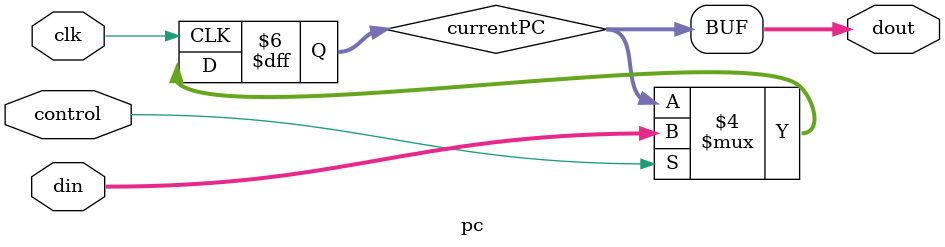
<source format=v>
module pc(
  input clk,
  input control,
  input [31:0] din,
  output [31:0] dout
  );
  
  reg[31:0] currentPC;
  
  initial
    currentPC = 32'h3000; 
  
  always@(negedge clk)
  begin
    if(control) 
    begin
      currentPC = din;   //renew pc
      $display(" PC_current :0x%x ", currentPC); //display the current pc
    end
  end

  assign dout = currentPC;
endmodule
</source>
